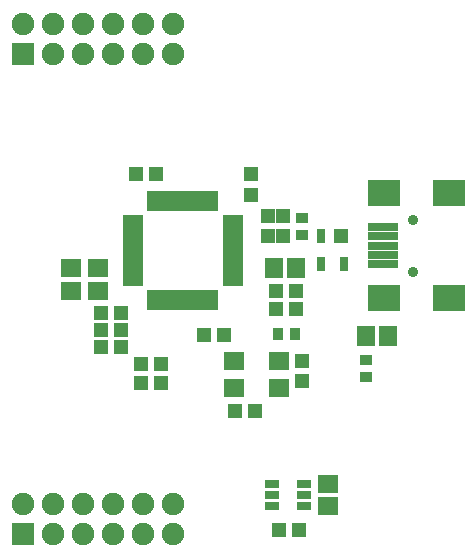
<source format=gbr>
G04 DipTrace 2.4.0.2*
%INbftdi_TopMask.gbr*%
%MOIN*%
%ADD38C,0.0354*%
%ADD42R,0.0709X0.063*%
%ADD43C,0.0748*%
%ADD45R,0.0748X0.0748*%
%ADD47R,0.1063X0.0866*%
%ADD49R,0.0984X0.0276*%
%ADD51R,0.0512X0.0315*%
%ADD53R,0.0197X0.0709*%
%ADD55R,0.0709X0.0197*%
%ADD57R,0.0374X0.0433*%
%ADD59R,0.0433X0.0374*%
%ADD61R,0.0315X0.0472*%
%ADD63R,0.0472X0.0472*%
%ADD65R,0.0669X0.0591*%
%ADD67R,0.0472X0.0512*%
%ADD69R,0.0512X0.0472*%
%ADD71R,0.0591X0.0669*%
%FSLAX44Y44*%
G04*
G70*
G90*
G75*
G01*
%LNTopMask*%
%LPD*%
D71*
X17126Y11563D3*
X16378D3*
D69*
X12688Y9062D3*
X12018D3*
D67*
X14250Y10062D3*
Y10731D3*
D65*
X7437Y13063D3*
Y13811D3*
D69*
X7562Y11750D3*
X8231D3*
X7562Y12313D3*
X8231D3*
D67*
X13625Y15562D3*
Y14893D3*
X13125Y15563D3*
Y14894D3*
D69*
X14062Y13062D3*
X13393D3*
X14062Y12437D3*
X13393D3*
X8875Y10625D3*
X9544D3*
X8875Y10000D3*
X9544D3*
D67*
X12562Y16937D3*
Y16268D3*
D69*
X9375Y16938D3*
X8705D3*
X7562Y11188D3*
X8231D3*
X11647Y11585D3*
X10978D3*
X14156Y5092D3*
X13487D3*
D63*
X15562Y14875D3*
D61*
X14893D3*
Y13969D3*
X15641D3*
D59*
X16375Y10750D3*
Y10199D3*
X14250Y15481D3*
Y14930D3*
D57*
X14009Y11625D3*
X13457D3*
D55*
X11937Y13312D3*
Y13509D3*
Y13706D3*
Y13903D3*
Y14099D3*
Y14296D3*
Y14493D3*
Y14690D3*
Y14887D3*
Y15084D3*
Y15281D3*
Y15477D3*
D53*
X11366Y16048D3*
X11169D3*
X10972D3*
X10776D3*
X10579D3*
X10382D3*
X10185D3*
X9988D3*
X9791D3*
X9594D3*
X9398D3*
X9201D3*
D55*
X8630Y15477D3*
Y15281D3*
Y15084D3*
Y14887D3*
Y14690D3*
Y14493D3*
Y14296D3*
Y14099D3*
Y13903D3*
Y13706D3*
Y13509D3*
Y13312D3*
D53*
X9201Y12741D3*
X9398D3*
X9594D3*
X9791D3*
X9988D3*
X10185D3*
X10382D3*
X10579D3*
X10776D3*
X10972D3*
X11169D3*
X11366D3*
D51*
X14312Y5875D3*
Y6249D3*
Y6623D3*
X13249D3*
Y6249D3*
Y5875D3*
D49*
X16937Y13937D3*
Y14252D3*
Y14567D3*
Y14882D3*
Y15197D3*
D47*
X16976Y12815D3*
Y16319D3*
X19142Y12815D3*
Y16319D3*
D38*
X17961Y13701D3*
Y15433D3*
D71*
X14062Y13812D3*
X13314D3*
D65*
X6562Y13813D3*
Y13065D3*
X15125Y6625D3*
Y5877D3*
D45*
X4937Y20937D3*
D43*
Y21937D3*
X5937Y20937D3*
Y21937D3*
X6937Y20937D3*
Y21937D3*
X7937Y20937D3*
Y21937D3*
X8937Y20937D3*
Y21937D3*
X9937Y20937D3*
Y21937D3*
D45*
X4937Y4937D3*
D43*
Y5937D3*
X5937Y4937D3*
Y5937D3*
X6937Y4937D3*
Y5937D3*
X7937Y4937D3*
Y5937D3*
X8937Y4937D3*
Y5937D3*
X9937Y4937D3*
Y5937D3*
D42*
X12000Y9812D3*
X13496D3*
Y10718D3*
X12000D3*
M02*

</source>
